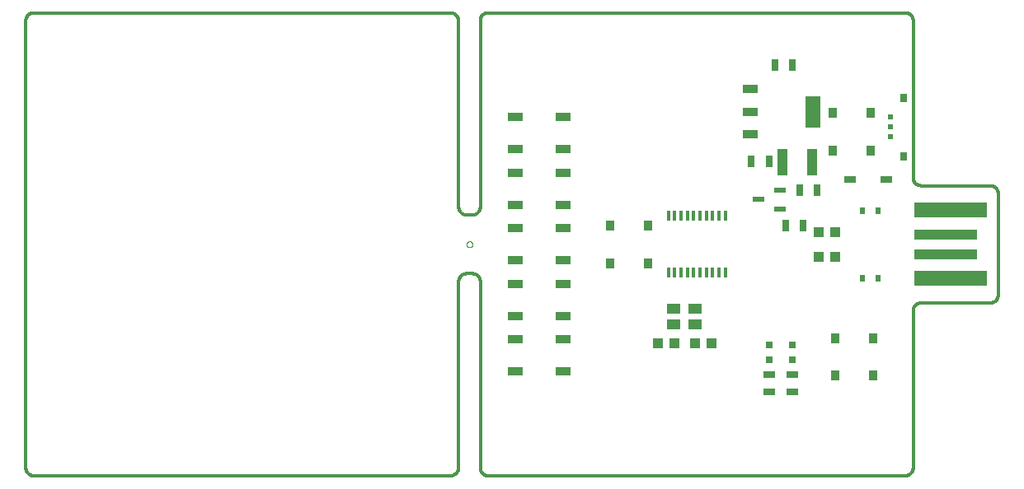
<source format=gtp>
G75*
%MOIN*%
%OFA0B0*%
%FSLAX25Y25*%
%IPPOS*%
%LPD*%
%AMOC8*
5,1,8,0,0,1.08239X$1,22.5*
%
%ADD10C,0.01200*%
%ADD11C,0.00000*%
%ADD12R,0.04331X0.03937*%
%ADD13R,0.02362X0.03150*%
%ADD14R,0.04724X0.02756*%
%ADD15R,0.03937X0.11024*%
%ADD16R,0.01200X0.03900*%
%ADD17R,0.29528X0.05906*%
%ADD18R,0.25591X0.03937*%
%ADD19R,0.05906X0.03543*%
%ADD20R,0.03150X0.03150*%
%ADD21R,0.03150X0.04724*%
%ADD22R,0.04724X0.03150*%
%ADD23R,0.03543X0.03937*%
%ADD24R,0.02008X0.02362*%
%ADD25R,0.02756X0.03543*%
%ADD26R,0.06400X0.03500*%
%ADD27R,0.06400X0.12500*%
%ADD28R,0.04600X0.02100*%
%ADD29R,0.05512X0.04331*%
D10*
X0004800Y0001600D02*
X0173400Y0001600D01*
X0173399Y0001601D02*
X0173517Y0001613D01*
X0173633Y0001630D01*
X0173749Y0001650D01*
X0173865Y0001674D01*
X0173979Y0001702D01*
X0174093Y0001733D01*
X0174205Y0001769D01*
X0174316Y0001808D01*
X0174426Y0001851D01*
X0174534Y0001898D01*
X0174641Y0001948D01*
X0174746Y0002002D01*
X0174849Y0002059D01*
X0174950Y0002119D01*
X0175049Y0002183D01*
X0175146Y0002250D01*
X0175240Y0002321D01*
X0175332Y0002394D01*
X0175422Y0002471D01*
X0175509Y0002550D01*
X0175593Y0002633D01*
X0175675Y0002718D01*
X0175753Y0002806D01*
X0175829Y0002896D01*
X0175901Y0002989D01*
X0175971Y0003084D01*
X0176037Y0003182D01*
X0176100Y0003281D01*
X0176159Y0003383D01*
X0176215Y0003487D01*
X0176268Y0003592D01*
X0176317Y0003699D01*
X0176363Y0003808D01*
X0176404Y0003918D01*
X0176442Y0004030D01*
X0176477Y0004142D01*
X0176507Y0004256D01*
X0176534Y0004371D01*
X0176557Y0004486D01*
X0176576Y0004603D01*
X0176591Y0004720D01*
X0176602Y0004837D01*
X0176609Y0004955D01*
X0176613Y0005072D01*
X0176612Y0005190D01*
X0176608Y0005308D01*
X0176599Y0005425D01*
X0176600Y0005425D02*
X0176600Y0080275D01*
X0176602Y0080387D01*
X0176608Y0080498D01*
X0176618Y0080609D01*
X0176631Y0080720D01*
X0176649Y0080831D01*
X0176670Y0080940D01*
X0176695Y0081049D01*
X0176724Y0081157D01*
X0176757Y0081264D01*
X0176793Y0081369D01*
X0176833Y0081474D01*
X0176877Y0081577D01*
X0176924Y0081678D01*
X0176975Y0081777D01*
X0177029Y0081875D01*
X0177086Y0081971D01*
X0177147Y0082064D01*
X0177211Y0082156D01*
X0177278Y0082245D01*
X0177349Y0082332D01*
X0177422Y0082416D01*
X0177498Y0082498D01*
X0177577Y0082577D01*
X0177659Y0082653D01*
X0177743Y0082726D01*
X0177830Y0082797D01*
X0177919Y0082864D01*
X0178011Y0082928D01*
X0178104Y0082989D01*
X0178200Y0083046D01*
X0178298Y0083100D01*
X0178397Y0083151D01*
X0178498Y0083198D01*
X0178601Y0083242D01*
X0178706Y0083282D01*
X0178811Y0083318D01*
X0178918Y0083351D01*
X0179026Y0083380D01*
X0179135Y0083405D01*
X0179244Y0083426D01*
X0179355Y0083444D01*
X0179466Y0083457D01*
X0179577Y0083467D01*
X0179688Y0083473D01*
X0179800Y0083475D01*
X0182150Y0083475D01*
X0179800Y0083475D02*
X0179725Y0083475D01*
X0182150Y0083475D02*
X0182262Y0083473D01*
X0182373Y0083467D01*
X0182484Y0083457D01*
X0182595Y0083444D01*
X0182706Y0083426D01*
X0182815Y0083405D01*
X0182924Y0083380D01*
X0183032Y0083351D01*
X0183139Y0083318D01*
X0183244Y0083282D01*
X0183349Y0083242D01*
X0183452Y0083198D01*
X0183553Y0083151D01*
X0183652Y0083100D01*
X0183750Y0083046D01*
X0183846Y0082989D01*
X0183939Y0082928D01*
X0184031Y0082864D01*
X0184120Y0082797D01*
X0184207Y0082726D01*
X0184291Y0082653D01*
X0184373Y0082577D01*
X0184452Y0082498D01*
X0184528Y0082416D01*
X0184601Y0082332D01*
X0184672Y0082245D01*
X0184739Y0082156D01*
X0184803Y0082064D01*
X0184864Y0081971D01*
X0184921Y0081875D01*
X0184975Y0081777D01*
X0185026Y0081678D01*
X0185073Y0081577D01*
X0185117Y0081474D01*
X0185157Y0081369D01*
X0185193Y0081264D01*
X0185226Y0081157D01*
X0185255Y0081049D01*
X0185280Y0080940D01*
X0185301Y0080831D01*
X0185319Y0080720D01*
X0185332Y0080609D01*
X0185342Y0080498D01*
X0185348Y0080387D01*
X0185350Y0080275D01*
X0185350Y0004800D01*
X0185352Y0004688D01*
X0185358Y0004577D01*
X0185368Y0004466D01*
X0185381Y0004355D01*
X0185399Y0004244D01*
X0185420Y0004135D01*
X0185445Y0004026D01*
X0185474Y0003918D01*
X0185507Y0003811D01*
X0185543Y0003706D01*
X0185583Y0003601D01*
X0185627Y0003498D01*
X0185674Y0003397D01*
X0185725Y0003298D01*
X0185779Y0003200D01*
X0185836Y0003104D01*
X0185897Y0003011D01*
X0185961Y0002919D01*
X0186028Y0002830D01*
X0186099Y0002743D01*
X0186172Y0002659D01*
X0186248Y0002577D01*
X0186327Y0002498D01*
X0186409Y0002422D01*
X0186493Y0002349D01*
X0186580Y0002278D01*
X0186669Y0002211D01*
X0186761Y0002147D01*
X0186854Y0002086D01*
X0186950Y0002029D01*
X0187048Y0001975D01*
X0187147Y0001924D01*
X0187248Y0001877D01*
X0187351Y0001833D01*
X0187456Y0001793D01*
X0187561Y0001757D01*
X0187668Y0001724D01*
X0187776Y0001695D01*
X0187885Y0001670D01*
X0187994Y0001649D01*
X0188105Y0001631D01*
X0188216Y0001618D01*
X0188327Y0001608D01*
X0188438Y0001602D01*
X0188550Y0001600D01*
X0357150Y0001600D01*
X0357262Y0001602D01*
X0357373Y0001608D01*
X0357484Y0001618D01*
X0357595Y0001631D01*
X0357706Y0001649D01*
X0357815Y0001670D01*
X0357924Y0001695D01*
X0358032Y0001724D01*
X0358139Y0001757D01*
X0358244Y0001793D01*
X0358349Y0001833D01*
X0358452Y0001877D01*
X0358553Y0001924D01*
X0358652Y0001975D01*
X0358750Y0002029D01*
X0358846Y0002086D01*
X0358939Y0002147D01*
X0359031Y0002211D01*
X0359120Y0002278D01*
X0359207Y0002349D01*
X0359291Y0002422D01*
X0359373Y0002498D01*
X0359452Y0002577D01*
X0359528Y0002659D01*
X0359601Y0002743D01*
X0359672Y0002830D01*
X0359739Y0002919D01*
X0359803Y0003011D01*
X0359864Y0003104D01*
X0359921Y0003200D01*
X0359975Y0003298D01*
X0360026Y0003397D01*
X0360073Y0003498D01*
X0360117Y0003601D01*
X0360157Y0003706D01*
X0360193Y0003811D01*
X0360226Y0003918D01*
X0360255Y0004026D01*
X0360280Y0004135D01*
X0360301Y0004244D01*
X0360319Y0004355D01*
X0360332Y0004466D01*
X0360342Y0004577D01*
X0360348Y0004688D01*
X0360350Y0004800D01*
X0360350Y0068400D01*
X0360352Y0068512D01*
X0360358Y0068623D01*
X0360368Y0068734D01*
X0360381Y0068845D01*
X0360399Y0068956D01*
X0360420Y0069065D01*
X0360445Y0069174D01*
X0360474Y0069282D01*
X0360507Y0069389D01*
X0360543Y0069494D01*
X0360583Y0069599D01*
X0360627Y0069702D01*
X0360674Y0069803D01*
X0360725Y0069902D01*
X0360779Y0070000D01*
X0360836Y0070096D01*
X0360897Y0070189D01*
X0360961Y0070281D01*
X0361028Y0070370D01*
X0361099Y0070457D01*
X0361172Y0070541D01*
X0361248Y0070623D01*
X0361327Y0070702D01*
X0361409Y0070778D01*
X0361493Y0070851D01*
X0361580Y0070922D01*
X0361669Y0070989D01*
X0361761Y0071053D01*
X0361854Y0071114D01*
X0361950Y0071171D01*
X0362048Y0071225D01*
X0362147Y0071276D01*
X0362248Y0071323D01*
X0362351Y0071367D01*
X0362456Y0071407D01*
X0362561Y0071443D01*
X0362668Y0071476D01*
X0362776Y0071505D01*
X0362885Y0071530D01*
X0362994Y0071551D01*
X0363105Y0071569D01*
X0363216Y0071582D01*
X0363327Y0071592D01*
X0363438Y0071598D01*
X0363550Y0071600D01*
X0391525Y0071600D01*
X0391637Y0071602D01*
X0391748Y0071608D01*
X0391859Y0071618D01*
X0391970Y0071631D01*
X0392081Y0071649D01*
X0392190Y0071670D01*
X0392299Y0071695D01*
X0392407Y0071724D01*
X0392514Y0071757D01*
X0392619Y0071793D01*
X0392724Y0071833D01*
X0392827Y0071877D01*
X0392928Y0071924D01*
X0393027Y0071975D01*
X0393125Y0072029D01*
X0393221Y0072086D01*
X0393314Y0072147D01*
X0393406Y0072211D01*
X0393495Y0072278D01*
X0393582Y0072349D01*
X0393666Y0072422D01*
X0393748Y0072498D01*
X0393827Y0072577D01*
X0393903Y0072659D01*
X0393976Y0072743D01*
X0394047Y0072830D01*
X0394114Y0072919D01*
X0394178Y0073011D01*
X0394239Y0073104D01*
X0394296Y0073200D01*
X0394350Y0073298D01*
X0394401Y0073397D01*
X0394448Y0073498D01*
X0394492Y0073601D01*
X0394532Y0073706D01*
X0394568Y0073811D01*
X0394601Y0073918D01*
X0394630Y0074026D01*
X0394655Y0074135D01*
X0394676Y0074244D01*
X0394694Y0074355D01*
X0394707Y0074466D01*
X0394717Y0074577D01*
X0394723Y0074688D01*
X0394725Y0074800D01*
X0394725Y0115900D01*
X0394723Y0116012D01*
X0394717Y0116123D01*
X0394707Y0116234D01*
X0394694Y0116345D01*
X0394676Y0116456D01*
X0394655Y0116565D01*
X0394630Y0116674D01*
X0394601Y0116782D01*
X0394568Y0116889D01*
X0394532Y0116994D01*
X0394492Y0117099D01*
X0394448Y0117202D01*
X0394401Y0117303D01*
X0394350Y0117402D01*
X0394296Y0117500D01*
X0394239Y0117596D01*
X0394178Y0117689D01*
X0394114Y0117781D01*
X0394047Y0117870D01*
X0393976Y0117957D01*
X0393903Y0118041D01*
X0393827Y0118123D01*
X0393748Y0118202D01*
X0393666Y0118278D01*
X0393582Y0118351D01*
X0393495Y0118422D01*
X0393406Y0118489D01*
X0393314Y0118553D01*
X0393221Y0118614D01*
X0393125Y0118671D01*
X0393027Y0118725D01*
X0392928Y0118776D01*
X0392827Y0118823D01*
X0392724Y0118867D01*
X0392619Y0118907D01*
X0392514Y0118943D01*
X0392407Y0118976D01*
X0392299Y0119005D01*
X0392190Y0119030D01*
X0392081Y0119051D01*
X0391970Y0119069D01*
X0391859Y0119082D01*
X0391748Y0119092D01*
X0391637Y0119098D01*
X0391525Y0119100D01*
X0363550Y0119100D01*
X0363438Y0119102D01*
X0363327Y0119108D01*
X0363216Y0119118D01*
X0363105Y0119131D01*
X0362994Y0119149D01*
X0362885Y0119170D01*
X0362776Y0119195D01*
X0362668Y0119224D01*
X0362561Y0119257D01*
X0362456Y0119293D01*
X0362351Y0119333D01*
X0362248Y0119377D01*
X0362147Y0119424D01*
X0362048Y0119475D01*
X0361950Y0119529D01*
X0361854Y0119586D01*
X0361761Y0119647D01*
X0361669Y0119711D01*
X0361580Y0119778D01*
X0361493Y0119849D01*
X0361409Y0119922D01*
X0361327Y0119998D01*
X0361248Y0120077D01*
X0361172Y0120159D01*
X0361099Y0120243D01*
X0361028Y0120330D01*
X0360961Y0120419D01*
X0360897Y0120511D01*
X0360836Y0120604D01*
X0360779Y0120700D01*
X0360725Y0120798D01*
X0360674Y0120897D01*
X0360627Y0120998D01*
X0360583Y0121101D01*
X0360543Y0121206D01*
X0360507Y0121311D01*
X0360474Y0121418D01*
X0360445Y0121526D01*
X0360420Y0121635D01*
X0360399Y0121744D01*
X0360381Y0121855D01*
X0360368Y0121966D01*
X0360358Y0122077D01*
X0360352Y0122188D01*
X0360350Y0122300D01*
X0360350Y0185900D01*
X0360348Y0186012D01*
X0360342Y0186123D01*
X0360332Y0186234D01*
X0360319Y0186345D01*
X0360301Y0186456D01*
X0360280Y0186565D01*
X0360255Y0186674D01*
X0360226Y0186782D01*
X0360193Y0186889D01*
X0360157Y0186994D01*
X0360117Y0187099D01*
X0360073Y0187202D01*
X0360026Y0187303D01*
X0359975Y0187402D01*
X0359921Y0187500D01*
X0359864Y0187596D01*
X0359803Y0187689D01*
X0359739Y0187781D01*
X0359672Y0187870D01*
X0359601Y0187957D01*
X0359528Y0188041D01*
X0359452Y0188123D01*
X0359373Y0188202D01*
X0359291Y0188278D01*
X0359207Y0188351D01*
X0359120Y0188422D01*
X0359031Y0188489D01*
X0358939Y0188553D01*
X0358846Y0188614D01*
X0358750Y0188671D01*
X0358652Y0188725D01*
X0358553Y0188776D01*
X0358452Y0188823D01*
X0358349Y0188867D01*
X0358244Y0188907D01*
X0358139Y0188943D01*
X0358032Y0188976D01*
X0357924Y0189005D01*
X0357815Y0189030D01*
X0357706Y0189051D01*
X0357595Y0189069D01*
X0357484Y0189082D01*
X0357373Y0189092D01*
X0357262Y0189098D01*
X0357150Y0189100D01*
X0188550Y0189100D01*
X0188438Y0189098D01*
X0188327Y0189092D01*
X0188216Y0189082D01*
X0188105Y0189069D01*
X0187994Y0189051D01*
X0187885Y0189030D01*
X0187776Y0189005D01*
X0187668Y0188976D01*
X0187561Y0188943D01*
X0187456Y0188907D01*
X0187351Y0188867D01*
X0187248Y0188823D01*
X0187147Y0188776D01*
X0187048Y0188725D01*
X0186950Y0188671D01*
X0186854Y0188614D01*
X0186761Y0188553D01*
X0186669Y0188489D01*
X0186580Y0188422D01*
X0186493Y0188351D01*
X0186409Y0188278D01*
X0186327Y0188202D01*
X0186248Y0188123D01*
X0186172Y0188041D01*
X0186099Y0187957D01*
X0186028Y0187870D01*
X0185961Y0187781D01*
X0185897Y0187689D01*
X0185836Y0187596D01*
X0185779Y0187500D01*
X0185725Y0187402D01*
X0185674Y0187303D01*
X0185627Y0187202D01*
X0185583Y0187099D01*
X0185543Y0186994D01*
X0185507Y0186889D01*
X0185474Y0186782D01*
X0185445Y0186674D01*
X0185420Y0186565D01*
X0185399Y0186456D01*
X0185381Y0186345D01*
X0185368Y0186234D01*
X0185358Y0186123D01*
X0185352Y0186012D01*
X0185350Y0185900D01*
X0185350Y0110425D01*
X0185348Y0110313D01*
X0185342Y0110202D01*
X0185332Y0110091D01*
X0185319Y0109980D01*
X0185301Y0109869D01*
X0185280Y0109760D01*
X0185255Y0109651D01*
X0185226Y0109543D01*
X0185193Y0109436D01*
X0185157Y0109331D01*
X0185117Y0109226D01*
X0185073Y0109123D01*
X0185026Y0109022D01*
X0184975Y0108923D01*
X0184921Y0108825D01*
X0184864Y0108729D01*
X0184803Y0108636D01*
X0184739Y0108544D01*
X0184672Y0108455D01*
X0184601Y0108368D01*
X0184528Y0108284D01*
X0184452Y0108202D01*
X0184373Y0108123D01*
X0184291Y0108047D01*
X0184207Y0107974D01*
X0184120Y0107903D01*
X0184031Y0107836D01*
X0183939Y0107772D01*
X0183846Y0107711D01*
X0183750Y0107654D01*
X0183652Y0107600D01*
X0183553Y0107549D01*
X0183452Y0107502D01*
X0183349Y0107458D01*
X0183244Y0107418D01*
X0183139Y0107382D01*
X0183032Y0107349D01*
X0182924Y0107320D01*
X0182815Y0107295D01*
X0182706Y0107274D01*
X0182595Y0107256D01*
X0182484Y0107243D01*
X0182373Y0107233D01*
X0182262Y0107227D01*
X0182150Y0107225D01*
X0179800Y0107225D01*
X0179688Y0107227D01*
X0179577Y0107233D01*
X0179466Y0107243D01*
X0179355Y0107256D01*
X0179244Y0107274D01*
X0179135Y0107295D01*
X0179026Y0107320D01*
X0178918Y0107349D01*
X0178811Y0107382D01*
X0178706Y0107418D01*
X0178601Y0107458D01*
X0178498Y0107502D01*
X0178397Y0107549D01*
X0178298Y0107600D01*
X0178200Y0107654D01*
X0178104Y0107711D01*
X0178011Y0107772D01*
X0177919Y0107836D01*
X0177830Y0107903D01*
X0177743Y0107974D01*
X0177659Y0108047D01*
X0177577Y0108123D01*
X0177498Y0108202D01*
X0177422Y0108284D01*
X0177349Y0108368D01*
X0177278Y0108455D01*
X0177211Y0108544D01*
X0177147Y0108636D01*
X0177086Y0108729D01*
X0177029Y0108825D01*
X0176975Y0108923D01*
X0176924Y0109022D01*
X0176877Y0109123D01*
X0176833Y0109226D01*
X0176793Y0109331D01*
X0176757Y0109436D01*
X0176724Y0109543D01*
X0176695Y0109651D01*
X0176670Y0109760D01*
X0176649Y0109869D01*
X0176631Y0109980D01*
X0176618Y0110091D01*
X0176608Y0110202D01*
X0176602Y0110313D01*
X0176600Y0110425D01*
X0176600Y0185275D01*
X0176599Y0185275D02*
X0176608Y0185392D01*
X0176612Y0185510D01*
X0176613Y0185628D01*
X0176609Y0185745D01*
X0176602Y0185863D01*
X0176591Y0185980D01*
X0176576Y0186097D01*
X0176557Y0186214D01*
X0176534Y0186329D01*
X0176507Y0186444D01*
X0176477Y0186558D01*
X0176442Y0186670D01*
X0176404Y0186782D01*
X0176363Y0186892D01*
X0176317Y0187001D01*
X0176268Y0187108D01*
X0176215Y0187213D01*
X0176159Y0187317D01*
X0176100Y0187419D01*
X0176037Y0187518D01*
X0175971Y0187616D01*
X0175901Y0187711D01*
X0175829Y0187804D01*
X0175753Y0187894D01*
X0175675Y0187982D01*
X0175593Y0188067D01*
X0175509Y0188150D01*
X0175422Y0188229D01*
X0175332Y0188306D01*
X0175240Y0188379D01*
X0175146Y0188450D01*
X0175049Y0188517D01*
X0174950Y0188581D01*
X0174849Y0188641D01*
X0174746Y0188698D01*
X0174641Y0188752D01*
X0174534Y0188802D01*
X0174426Y0188849D01*
X0174316Y0188892D01*
X0174205Y0188931D01*
X0174093Y0188967D01*
X0173979Y0188998D01*
X0173865Y0189026D01*
X0173749Y0189050D01*
X0173633Y0189070D01*
X0173517Y0189087D01*
X0173399Y0189099D01*
X0173400Y0189100D02*
X0009800Y0189100D01*
X0009725Y0189100D02*
X0004800Y0189100D01*
X0004688Y0189098D01*
X0004577Y0189092D01*
X0004466Y0189082D01*
X0004355Y0189069D01*
X0004244Y0189051D01*
X0004135Y0189030D01*
X0004026Y0189005D01*
X0003918Y0188976D01*
X0003811Y0188943D01*
X0003706Y0188907D01*
X0003601Y0188867D01*
X0003498Y0188823D01*
X0003397Y0188776D01*
X0003298Y0188725D01*
X0003200Y0188671D01*
X0003104Y0188614D01*
X0003011Y0188553D01*
X0002919Y0188489D01*
X0002830Y0188422D01*
X0002743Y0188351D01*
X0002659Y0188278D01*
X0002577Y0188202D01*
X0002498Y0188123D01*
X0002422Y0188041D01*
X0002349Y0187957D01*
X0002278Y0187870D01*
X0002211Y0187781D01*
X0002147Y0187689D01*
X0002086Y0187596D01*
X0002029Y0187500D01*
X0001975Y0187402D01*
X0001924Y0187303D01*
X0001877Y0187202D01*
X0001833Y0187099D01*
X0001793Y0186994D01*
X0001757Y0186889D01*
X0001724Y0186782D01*
X0001695Y0186674D01*
X0001670Y0186565D01*
X0001649Y0186456D01*
X0001631Y0186345D01*
X0001618Y0186234D01*
X0001608Y0186123D01*
X0001602Y0186012D01*
X0001600Y0185900D01*
X0001600Y0004800D01*
X0001602Y0004688D01*
X0001608Y0004577D01*
X0001618Y0004466D01*
X0001631Y0004355D01*
X0001649Y0004244D01*
X0001670Y0004135D01*
X0001695Y0004026D01*
X0001724Y0003918D01*
X0001757Y0003811D01*
X0001793Y0003706D01*
X0001833Y0003601D01*
X0001877Y0003498D01*
X0001924Y0003397D01*
X0001975Y0003298D01*
X0002029Y0003200D01*
X0002086Y0003104D01*
X0002147Y0003011D01*
X0002211Y0002919D01*
X0002278Y0002830D01*
X0002349Y0002743D01*
X0002422Y0002659D01*
X0002498Y0002577D01*
X0002577Y0002498D01*
X0002659Y0002422D01*
X0002743Y0002349D01*
X0002830Y0002278D01*
X0002919Y0002211D01*
X0003011Y0002147D01*
X0003104Y0002086D01*
X0003200Y0002029D01*
X0003298Y0001975D01*
X0003397Y0001924D01*
X0003498Y0001877D01*
X0003601Y0001833D01*
X0003706Y0001793D01*
X0003811Y0001757D01*
X0003918Y0001724D01*
X0004026Y0001695D01*
X0004135Y0001670D01*
X0004244Y0001649D01*
X0004355Y0001631D01*
X0004466Y0001618D01*
X0004577Y0001608D01*
X0004688Y0001602D01*
X0004800Y0001600D01*
D11*
X0179794Y0095350D02*
X0179796Y0095419D01*
X0179802Y0095487D01*
X0179812Y0095555D01*
X0179826Y0095622D01*
X0179844Y0095689D01*
X0179865Y0095754D01*
X0179891Y0095818D01*
X0179920Y0095880D01*
X0179952Y0095940D01*
X0179988Y0095999D01*
X0180028Y0096055D01*
X0180070Y0096109D01*
X0180116Y0096160D01*
X0180165Y0096209D01*
X0180216Y0096255D01*
X0180270Y0096297D01*
X0180326Y0096337D01*
X0180384Y0096373D01*
X0180445Y0096405D01*
X0180507Y0096434D01*
X0180571Y0096460D01*
X0180636Y0096481D01*
X0180703Y0096499D01*
X0180770Y0096513D01*
X0180838Y0096523D01*
X0180906Y0096529D01*
X0180975Y0096531D01*
X0181044Y0096529D01*
X0181112Y0096523D01*
X0181180Y0096513D01*
X0181247Y0096499D01*
X0181314Y0096481D01*
X0181379Y0096460D01*
X0181443Y0096434D01*
X0181505Y0096405D01*
X0181565Y0096373D01*
X0181624Y0096337D01*
X0181680Y0096297D01*
X0181734Y0096255D01*
X0181785Y0096209D01*
X0181834Y0096160D01*
X0181880Y0096109D01*
X0181922Y0096055D01*
X0181962Y0095999D01*
X0181998Y0095940D01*
X0182030Y0095880D01*
X0182059Y0095818D01*
X0182085Y0095754D01*
X0182106Y0095689D01*
X0182124Y0095622D01*
X0182138Y0095555D01*
X0182148Y0095487D01*
X0182154Y0095419D01*
X0182156Y0095350D01*
X0182154Y0095281D01*
X0182148Y0095213D01*
X0182138Y0095145D01*
X0182124Y0095078D01*
X0182106Y0095011D01*
X0182085Y0094946D01*
X0182059Y0094882D01*
X0182030Y0094820D01*
X0181998Y0094759D01*
X0181962Y0094701D01*
X0181922Y0094645D01*
X0181880Y0094591D01*
X0181834Y0094540D01*
X0181785Y0094491D01*
X0181734Y0094445D01*
X0181680Y0094403D01*
X0181624Y0094363D01*
X0181566Y0094327D01*
X0181505Y0094295D01*
X0181443Y0094266D01*
X0181379Y0094240D01*
X0181314Y0094219D01*
X0181247Y0094201D01*
X0181180Y0094187D01*
X0181112Y0094177D01*
X0181044Y0094171D01*
X0180975Y0094169D01*
X0180906Y0094171D01*
X0180838Y0094177D01*
X0180770Y0094187D01*
X0180703Y0094201D01*
X0180636Y0094219D01*
X0180571Y0094240D01*
X0180507Y0094266D01*
X0180445Y0094295D01*
X0180384Y0094327D01*
X0180326Y0094363D01*
X0180270Y0094403D01*
X0180216Y0094445D01*
X0180165Y0094491D01*
X0180116Y0094540D01*
X0180070Y0094591D01*
X0180028Y0094645D01*
X0179988Y0094701D01*
X0179952Y0094759D01*
X0179920Y0094820D01*
X0179891Y0094882D01*
X0179865Y0094946D01*
X0179844Y0095011D01*
X0179826Y0095078D01*
X0179812Y0095145D01*
X0179802Y0095213D01*
X0179796Y0095281D01*
X0179794Y0095350D01*
D12*
X0257004Y0055350D03*
X0263696Y0055350D03*
X0272004Y0055350D03*
X0278696Y0055350D03*
X0322004Y0090350D03*
X0328696Y0090350D03*
X0328696Y0100350D03*
X0322004Y0100350D03*
D13*
X0339700Y0109100D03*
X0346000Y0109100D03*
X0346000Y0081600D03*
X0339700Y0081600D03*
D14*
X0334942Y0121600D03*
X0349508Y0121600D03*
D15*
X0319381Y0128475D03*
X0307569Y0128475D03*
D16*
X0284366Y0106837D03*
X0281807Y0106837D03*
X0279248Y0106837D03*
X0276689Y0106837D03*
X0274130Y0106837D03*
X0271570Y0106837D03*
X0269011Y0106837D03*
X0266452Y0106837D03*
X0263893Y0106837D03*
X0261334Y0106837D03*
X0261334Y0083863D03*
X0263893Y0083863D03*
X0266452Y0083863D03*
X0269011Y0083863D03*
X0271570Y0083863D03*
X0274130Y0083863D03*
X0276689Y0083863D03*
X0279248Y0083863D03*
X0281807Y0083863D03*
X0284366Y0083863D03*
D17*
X0375512Y0081570D03*
X0375512Y0109130D03*
D18*
X0373544Y0099287D03*
X0373544Y0091413D03*
D19*
X0218746Y0088854D03*
X0218746Y0079346D03*
X0199454Y0079346D03*
X0199454Y0088854D03*
X0199454Y0101846D03*
X0199454Y0111354D03*
X0218746Y0111354D03*
X0218746Y0101846D03*
X0218746Y0124346D03*
X0218746Y0133854D03*
X0199454Y0133854D03*
X0199454Y0124346D03*
X0199454Y0146846D03*
X0218746Y0146846D03*
X0218746Y0066354D03*
X0218746Y0056846D03*
X0199454Y0056846D03*
X0199454Y0066354D03*
X0199454Y0043854D03*
X0218746Y0043854D03*
D20*
X0302225Y0048647D03*
X0311600Y0048647D03*
X0311600Y0054553D03*
X0302225Y0054553D03*
D21*
X0308682Y0102850D03*
X0315768Y0102850D03*
X0314307Y0117225D03*
X0321393Y0117225D03*
X0302018Y0129100D03*
X0294932Y0129100D03*
X0304307Y0167850D03*
X0311393Y0167850D03*
D22*
X0311600Y0042643D03*
X0302225Y0042643D03*
X0302225Y0035557D03*
X0311600Y0035557D03*
D23*
X0328923Y0042146D03*
X0344277Y0042146D03*
X0344277Y0057304D03*
X0328923Y0057304D03*
X0253027Y0087771D03*
X0237673Y0087771D03*
X0237673Y0102929D03*
X0253027Y0102929D03*
X0327673Y0133396D03*
X0343027Y0133396D03*
X0343027Y0148554D03*
X0327673Y0148554D03*
D24*
X0351246Y0146787D03*
X0351246Y0142850D03*
X0351246Y0138913D03*
D25*
X0356600Y0131039D03*
X0356600Y0154661D03*
D26*
X0294625Y0158200D03*
X0294625Y0149100D03*
X0294625Y0140000D03*
D27*
X0319825Y0149100D03*
D28*
X0306525Y0117175D03*
X0297925Y0113475D03*
X0306525Y0109775D03*
D29*
X0272181Y0069125D03*
X0263519Y0069125D03*
X0263519Y0062825D03*
X0272181Y0062825D03*
M02*

</source>
